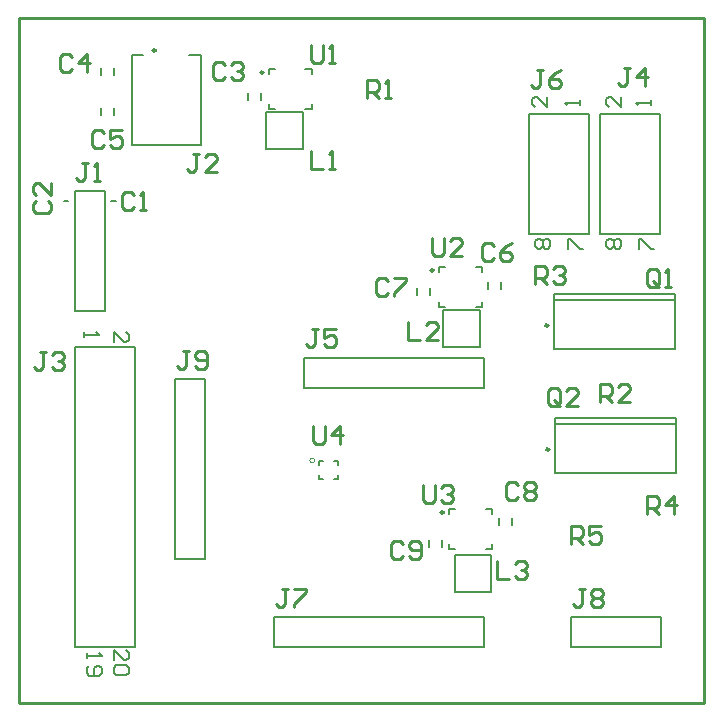
<source format=gto>
G04*
G04 #@! TF.GenerationSoftware,Altium Limited,Altium Designer,21.8.1 (53)*
G04*
G04 Layer_Color=65535*
%FSLAX25Y25*%
%MOIN*%
G70*
G04*
G04 #@! TF.SameCoordinates,E4828392-D8D7-4BFE-BCB3-11F9E2D346FD*
G04*
G04*
G04 #@! TF.FilePolarity,Positive*
G04*
G01*
G75*
%ADD10C,0.00984*%
%ADD11C,0.00000*%
%ADD12C,0.00787*%
%ADD13C,0.00591*%
%ADD14C,0.00500*%
%ADD15C,0.00800*%
%ADD16C,0.01000*%
D10*
X176516Y125984D02*
G03*
X176516Y125984I-492J0D01*
G01*
X141634Y63583D02*
G03*
X141634Y63583I-492J0D01*
G01*
X81595Y210236D02*
G03*
X81595Y210236I-492J0D01*
G01*
X45705Y217630D02*
G03*
X45705Y217630I-492J0D01*
G01*
X138287Y144291D02*
G03*
X138287Y144291I-492J0D01*
G01*
X176831Y84646D02*
G03*
X176831Y84646I-492J0D01*
G01*
D11*
X98622Y80984D02*
G03*
X98622Y80984I-787J0D01*
G01*
D12*
X213662Y156417D02*
Y196417D01*
X193661Y156417D02*
Y196417D01*
X213662D01*
X193661Y156417D02*
X213662D01*
X178583Y134488D02*
X218740D01*
X178583Y136457D02*
X218740D01*
X178583Y117953D02*
X218740D01*
Y136457D01*
X178583Y117953D02*
Y136457D01*
X153642Y118898D02*
Y131102D01*
X141437D02*
X153642D01*
X141437Y118898D02*
Y131102D01*
Y118898D02*
X153642D01*
X157579Y37205D02*
Y49409D01*
X145374D02*
X157579D01*
X145374Y37205D02*
Y49409D01*
Y37205D02*
X157579D01*
X143307Y51378D02*
Y53051D01*
Y51378D02*
X145571D01*
X157874D02*
Y53051D01*
X155610Y51378D02*
X157874D01*
Y63090D02*
Y64764D01*
X155610D02*
X157874D01*
X143307D02*
X145571D01*
X143307Y63090D02*
Y64764D01*
X83268Y198031D02*
Y199705D01*
Y198031D02*
X85532D01*
X97835D02*
Y199705D01*
X95571Y198031D02*
X97835D01*
Y209744D02*
Y211417D01*
X95571D02*
X97835D01*
X83268D02*
X85532D01*
X83268Y209744D02*
Y211417D01*
X94685Y184843D02*
Y197047D01*
X82480D02*
X94685D01*
X82480Y184843D02*
Y197047D01*
Y184843D02*
X94685D01*
X56890Y215945D02*
X60827D01*
X60828Y186025D02*
Y215946D01*
X37598Y186024D02*
X60827D01*
X37598Y215945D02*
X41535D01*
X37598Y186024D02*
Y215945D01*
X18622Y18622D02*
X38622D01*
X18622Y111122D02*
Y118622D01*
X38622D01*
Y111122D02*
Y118622D01*
Y18622D02*
Y111122D01*
X18622Y18622D02*
Y111122D01*
Y170827D02*
X28622D01*
Y130827D02*
Y170827D01*
X18622Y130827D02*
Y170827D01*
Y130827D02*
X28622D01*
X95079Y105236D02*
Y115236D01*
X155079Y105236D02*
Y115236D01*
X95079Y105236D02*
X155079D01*
X95079Y115236D02*
X155079D01*
X139961Y132087D02*
Y133760D01*
Y132087D02*
X142225D01*
X154527D02*
Y133760D01*
X152264Y132087D02*
X154527D01*
Y143799D02*
Y145473D01*
X152264D02*
X154527D01*
X139961D02*
X142225D01*
X139961Y143799D02*
Y145473D01*
X190039Y156417D02*
Y196417D01*
X170039Y156417D02*
Y196417D01*
X190039D01*
X170039Y156417D02*
X190039D01*
X85236Y18622D02*
X155236D01*
Y28622D01*
X85236D02*
X155236D01*
X85236Y18622D02*
Y28622D01*
X183976Y18622D02*
X213976D01*
Y28622D01*
X183976D02*
X213976D01*
X183976Y18622D02*
Y28622D01*
X178898Y93150D02*
X219055D01*
X178898Y95118D02*
X219055D01*
X178898Y76614D02*
X219055D01*
Y95118D01*
X178898Y76614D02*
Y95118D01*
X52087Y48150D02*
X62087D01*
X52087Y108150D02*
X62087D01*
Y48150D02*
Y108150D01*
X52087Y48150D02*
Y108150D01*
D13*
X156299Y138189D02*
Y140551D01*
X160630Y138189D02*
Y140551D01*
X137008Y136181D02*
Y138543D01*
X132677Y136181D02*
Y138543D01*
X140945Y51968D02*
Y54331D01*
X136614Y51968D02*
Y54331D01*
X160236Y59449D02*
Y61811D01*
X164567Y59449D02*
Y61811D01*
X80905Y201142D02*
Y203504D01*
X76575Y201142D02*
Y203504D01*
X27362Y209449D02*
Y211811D01*
X31693Y209449D02*
Y211811D01*
X27362Y196102D02*
Y198465D01*
X31693Y196102D02*
Y198465D01*
X30709Y167323D02*
X32283D01*
X14961D02*
X16535D01*
D14*
X100197Y79527D02*
Y80905D01*
Y74606D02*
Y75984D01*
X106496Y79527D02*
Y80905D01*
Y74606D02*
Y75984D01*
X100197Y80905D02*
X101575D01*
X100197Y74606D02*
X101575D01*
X105118Y80905D02*
X106496D01*
X105118Y74606D02*
X106496D01*
D15*
X31622Y14290D02*
Y17622D01*
X34954Y14290D01*
X35787D01*
X36620Y15123D01*
Y16789D01*
X35787Y17622D01*
Y12624D02*
X36620Y11791D01*
Y10125D01*
X35787Y9291D01*
X32455D01*
X31622Y10125D01*
Y11791D01*
X32455Y12624D01*
X35787D01*
X200787Y202151D02*
Y198819D01*
X197455Y202151D01*
X196622D01*
X195789Y201318D01*
Y199652D01*
X196622Y198819D01*
X210661Y199417D02*
Y201083D01*
Y200250D01*
X205663D01*
X206496Y199417D01*
X206616Y151575D02*
Y154907D01*
X207449D01*
X210781Y151575D01*
X211614D01*
X196622D02*
X195789Y152408D01*
Y154074D01*
X196622Y154907D01*
X197455D01*
X198288Y154074D01*
X199121Y154907D01*
X199954D01*
X200787Y154074D01*
Y152408D01*
X199954Y151575D01*
X199121D01*
X198288Y152408D01*
X197455Y151575D01*
X196622D01*
X198288Y152408D02*
Y154074D01*
X22638Y16732D02*
Y15066D01*
Y15899D01*
X27636D01*
X26803Y16732D01*
X23471Y12567D02*
X22638Y11734D01*
Y10068D01*
X23471Y9235D01*
X26803D01*
X27636Y10068D01*
Y11734D01*
X26803Y12567D01*
X25970D01*
X25137Y11734D01*
Y9235D01*
X21622Y123622D02*
Y121956D01*
Y122789D01*
X26620D01*
X25787Y123622D01*
X31622Y120290D02*
Y123622D01*
X34954Y120290D01*
X35787D01*
X36620Y121123D01*
Y122789D01*
X35787Y123622D01*
X176181Y202151D02*
Y198819D01*
X172849Y202151D01*
X172016D01*
X171183Y201318D01*
Y199652D01*
X172016Y198819D01*
X187039Y199417D02*
Y201083D01*
Y200250D01*
X182041D01*
X182874Y199417D01*
X182994Y151575D02*
Y154907D01*
X183827D01*
X187159Y151575D01*
X187992D01*
X173000D02*
X172167Y152408D01*
Y154074D01*
X173000Y154907D01*
X173833D01*
X174666Y154074D01*
X175499Y154907D01*
X176332D01*
X177165Y154074D01*
Y152408D01*
X176332Y151575D01*
X175499D01*
X174666Y152408D01*
X173833Y151575D01*
X173000D01*
X174666Y152408D02*
Y154074D01*
D16*
X203725Y211660D02*
X201725D01*
X202725D01*
Y206662D01*
X201725Y205662D01*
X200726D01*
X199726Y206662D01*
X208723Y205662D02*
Y211660D01*
X205724Y208661D01*
X209723D01*
X174605Y211204D02*
X172606D01*
X173605D01*
Y206206D01*
X172606Y205206D01*
X171606D01*
X170606Y206206D01*
X180603Y211204D02*
X178604Y210205D01*
X176604Y208205D01*
Y206206D01*
X177604Y205206D01*
X179603D01*
X180603Y206206D01*
Y207206D01*
X179603Y208205D01*
X176604D01*
X158449Y152590D02*
X157449Y153590D01*
X155450D01*
X154450Y152590D01*
Y148591D01*
X155450Y147591D01*
X157449D01*
X158449Y148591D01*
X164447Y153590D02*
X162448Y152590D01*
X160449Y150591D01*
Y148591D01*
X161448Y147591D01*
X163447D01*
X164447Y148591D01*
Y149591D01*
X163447Y150591D01*
X160449D01*
X213583Y139733D02*
Y143732D01*
X212583Y144731D01*
X210584D01*
X209584Y143732D01*
Y139733D01*
X210584Y138733D01*
X212583D01*
X211583Y140733D02*
X213583Y138733D01*
X212583D02*
X213583Y139733D01*
X215582Y138733D02*
X217581D01*
X216582D01*
Y144731D01*
X215582Y143732D01*
X172167Y139717D02*
Y145716D01*
X175166D01*
X176166Y144716D01*
Y142717D01*
X175166Y141717D01*
X172167D01*
X174166D02*
X176166Y139717D01*
X178165Y144716D02*
X179165Y145716D01*
X181164D01*
X182164Y144716D01*
Y143716D01*
X181164Y142717D01*
X180164D01*
X181164D01*
X182164Y141717D01*
Y140717D01*
X181164Y139717D01*
X179165D01*
X178165Y140717D01*
X123016Y140779D02*
X122016Y141779D01*
X120017D01*
X119017Y140779D01*
Y136780D01*
X120017Y135781D01*
X122016D01*
X123016Y136780D01*
X125015Y141779D02*
X129014D01*
Y140779D01*
X125015Y136780D01*
Y135781D01*
X129844Y127015D02*
Y121017D01*
X133843D01*
X139841D02*
X135842D01*
X139841Y125015D01*
Y126015D01*
X138841Y127015D01*
X136842D01*
X135842Y126015D01*
X193821Y100347D02*
Y106345D01*
X196820D01*
X197819Y105346D01*
Y103347D01*
X196820Y102347D01*
X193821D01*
X195820D02*
X197819Y100347D01*
X203817D02*
X199819D01*
X203817Y104346D01*
Y105346D01*
X202818Y106345D01*
X200818D01*
X199819Y105346D01*
X159372Y47290D02*
Y41292D01*
X163370D01*
X165370Y46291D02*
X166369Y47290D01*
X168369D01*
X169369Y46291D01*
Y45291D01*
X168369Y44291D01*
X167369D01*
X168369D01*
X169369Y43292D01*
Y42292D01*
X168369Y41292D01*
X166369D01*
X165370Y42292D01*
X127937Y53180D02*
X126938Y54180D01*
X124938D01*
X123939Y53180D01*
Y49182D01*
X124938Y48182D01*
X126938D01*
X127937Y49182D01*
X129937D02*
X130936Y48182D01*
X132936D01*
X133935Y49182D01*
Y53180D01*
X132936Y54180D01*
X130936D01*
X129937Y53180D01*
Y52181D01*
X130936Y51181D01*
X133935D01*
X134765Y72881D02*
Y67883D01*
X135765Y66883D01*
X137764D01*
X138764Y67883D01*
Y72881D01*
X140763Y71881D02*
X141763Y72881D01*
X143763D01*
X144762Y71881D01*
Y70882D01*
X143763Y69882D01*
X142763D01*
X143763D01*
X144762Y68882D01*
Y67883D01*
X143763Y66883D01*
X141763D01*
X140763Y67883D01*
X166323Y72865D02*
X165323Y73865D01*
X163324D01*
X162325Y72865D01*
Y68867D01*
X163324Y67867D01*
X165323D01*
X166323Y68867D01*
X168323Y72865D02*
X169322Y73865D01*
X171321D01*
X172321Y72865D01*
Y71866D01*
X171321Y70866D01*
X172321Y69867D01*
Y68867D01*
X171321Y67867D01*
X169322D01*
X168323Y68867D01*
Y69867D01*
X169322Y70866D01*
X168323Y71866D01*
Y72865D01*
X169322Y70866D02*
X171321D01*
X183978Y53103D02*
Y59101D01*
X186977D01*
X187977Y58102D01*
Y56102D01*
X186977Y55103D01*
X183978D01*
X185977D02*
X187977Y53103D01*
X193975Y59101D02*
X189976D01*
Y56102D01*
X191975Y57102D01*
X192975D01*
X193975Y56102D01*
Y54103D01*
X192975Y53103D01*
X190976D01*
X189976Y54103D01*
X209569Y62946D02*
Y68944D01*
X212568D01*
X213567Y67944D01*
Y65945D01*
X212568Y64945D01*
X209569D01*
X211568D02*
X213567Y62946D01*
X218566D02*
Y68944D01*
X215567Y65945D01*
X219565D01*
X97379Y219534D02*
Y214536D01*
X98379Y213536D01*
X100378D01*
X101378Y214536D01*
Y219534D01*
X103377Y213536D02*
X105377D01*
X104377D01*
Y219534D01*
X103377Y218535D01*
X68882Y212629D02*
X67883Y213629D01*
X65883D01*
X64884Y212629D01*
Y208631D01*
X65883Y207631D01*
X67883D01*
X68882Y208631D01*
X70882Y212629D02*
X71881Y213629D01*
X73881D01*
X74880Y212629D01*
Y211630D01*
X73881Y210630D01*
X72881D01*
X73881D01*
X74880Y209630D01*
Y208631D01*
X73881Y207631D01*
X71881D01*
X70882Y208631D01*
X116080Y201725D02*
Y207723D01*
X119079D01*
X120079Y206724D01*
Y204724D01*
X119079Y203725D01*
X116080D01*
X118079D02*
X120079Y201725D01*
X122078D02*
X124077D01*
X123078D01*
Y207723D01*
X122078Y206724D01*
X97379Y184101D02*
Y178103D01*
X101378D01*
X103377D02*
X105377D01*
X104377D01*
Y184101D01*
X103377Y183102D01*
X17701Y215582D02*
X16701Y216582D01*
X14702D01*
X13702Y215582D01*
Y211583D01*
X14702Y210584D01*
X16701D01*
X17701Y211583D01*
X22700Y210584D02*
Y216582D01*
X19701Y213583D01*
X23699D01*
X28528Y189991D02*
X27528Y190991D01*
X25529D01*
X24529Y189991D01*
Y185993D01*
X25529Y184993D01*
X27528D01*
X28528Y185993D01*
X34526Y190991D02*
X30527D01*
Y187992D01*
X32527Y188992D01*
X33526D01*
X34526Y187992D01*
Y185993D01*
X33526Y184993D01*
X31527D01*
X30527Y185993D01*
X38386Y169322D02*
X37386Y170322D01*
X35387D01*
X34387Y169322D01*
Y165323D01*
X35387Y164324D01*
X37386D01*
X38386Y165323D01*
X40385Y164324D02*
X42384D01*
X41385D01*
Y170322D01*
X40385Y169322D01*
X5875Y167307D02*
X4875Y166308D01*
Y164308D01*
X5875Y163309D01*
X9873D01*
X10873Y164308D01*
Y166308D01*
X9873Y167307D01*
X10873Y173305D02*
Y169307D01*
X6874Y173305D01*
X5875D01*
X4875Y172306D01*
Y170306D01*
X5875Y169307D01*
X98006Y92404D02*
Y87406D01*
X99006Y86406D01*
X101005D01*
X102005Y87406D01*
Y92404D01*
X107003Y86406D02*
Y92404D01*
X104004Y89405D01*
X108003D01*
X60024Y183117D02*
X58025D01*
X59024D01*
Y178119D01*
X58025Y177119D01*
X57025D01*
X56025Y178119D01*
X66022Y177119D02*
X62023D01*
X66022Y181118D01*
Y182117D01*
X65022Y183117D01*
X63023D01*
X62023Y182117D01*
X9000Y117172D02*
X7001D01*
X8001D01*
Y112174D01*
X7001Y111174D01*
X6001D01*
X5002Y112174D01*
X11000Y116173D02*
X11999Y117172D01*
X13999D01*
X14998Y116173D01*
Y115173D01*
X13999Y114173D01*
X12999D01*
X13999D01*
X14998Y113174D01*
Y112174D01*
X13999Y111174D01*
X11999D01*
X11000Y112174D01*
X23205Y180204D02*
X21206D01*
X22205D01*
Y175206D01*
X21206Y174206D01*
X20206D01*
X19206Y175206D01*
X25204Y174206D02*
X27204D01*
X26204D01*
Y180204D01*
X25204Y179205D01*
X99705Y124604D02*
X97706D01*
X98705D01*
Y119606D01*
X97706Y118606D01*
X96706D01*
X95706Y119606D01*
X105703Y124604D02*
X101704D01*
Y121605D01*
X103704Y122605D01*
X104703D01*
X105703Y121605D01*
Y119606D01*
X104703Y118606D01*
X102704D01*
X101704Y119606D01*
X137806Y155004D02*
Y150006D01*
X138806Y149006D01*
X140805D01*
X141805Y150006D01*
Y155004D01*
X147803Y149006D02*
X143804D01*
X147803Y153005D01*
Y154005D01*
X146803Y155004D01*
X144804D01*
X143804Y154005D01*
X89805Y38004D02*
X87806D01*
X88805D01*
Y33006D01*
X87806Y32006D01*
X86806D01*
X85806Y33006D01*
X91804Y38004D02*
X95803D01*
Y37005D01*
X91804Y33006D01*
Y32006D01*
X188605Y38004D02*
X186606D01*
X187605D01*
Y33006D01*
X186606Y32006D01*
X185606D01*
X184606Y33006D01*
X190604Y37005D02*
X191604Y38004D01*
X193603D01*
X194603Y37005D01*
Y36005D01*
X193603Y35005D01*
X194603Y34006D01*
Y33006D01*
X193603Y32006D01*
X191604D01*
X190604Y33006D01*
Y34006D01*
X191604Y35005D01*
X190604Y36005D01*
Y37005D01*
X191604Y35005D02*
X193603D01*
X180305Y100206D02*
Y104205D01*
X179305Y105204D01*
X177306D01*
X176306Y104205D01*
Y100206D01*
X177306Y99206D01*
X179305D01*
X178306Y101206D02*
X180305Y99206D01*
X179305D02*
X180305Y100206D01*
X186303Y99206D02*
X182304D01*
X186303Y103205D01*
Y104205D01*
X185303Y105204D01*
X183304D01*
X182304Y104205D01*
X56705Y117504D02*
X54706D01*
X55705D01*
Y112506D01*
X54706Y111506D01*
X53706D01*
X52706Y112506D01*
X58704D02*
X59704Y111506D01*
X61703D01*
X62703Y112506D01*
Y116505D01*
X61703Y117504D01*
X59704D01*
X58704Y116505D01*
Y115505D01*
X59704Y114505D01*
X62703D01*
X0Y0D02*
X228346D01*
X0Y228346D02*
X228346D01*
Y0D02*
Y228346D01*
X0Y0D02*
Y228346D01*
M02*

</source>
